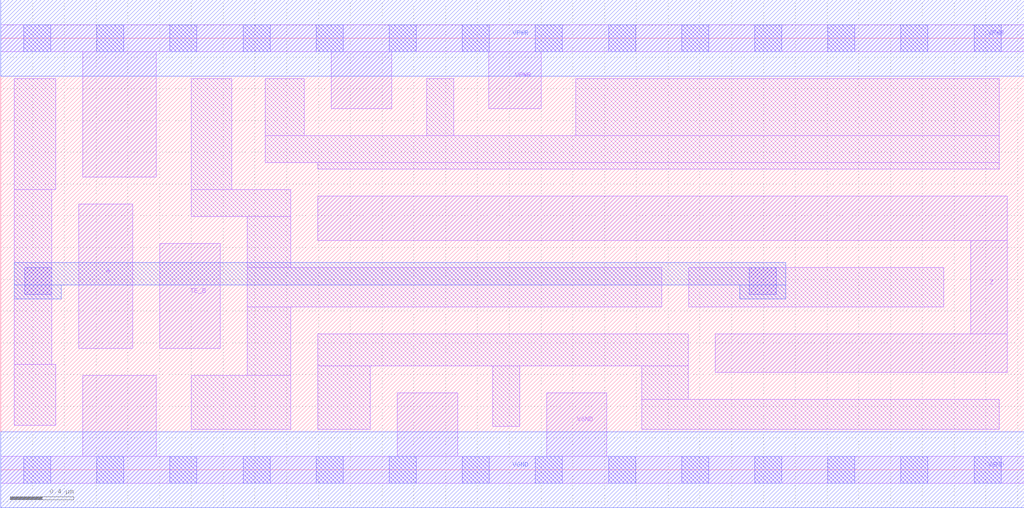
<source format=lef>
# Copyright 2020 The SkyWater PDK Authors
#
# Licensed under the Apache License, Version 2.0 (the "License");
# you may not use this file except in compliance with the License.
# You may obtain a copy of the License at
#
#     https://www.apache.org/licenses/LICENSE-2.0
#
# Unless required by applicable law or agreed to in writing, software
# distributed under the License is distributed on an "AS IS" BASIS,
# WITHOUT WARRANTIES OR CONDITIONS OF ANY KIND, either express or implied.
# See the License for the specific language governing permissions and
# limitations under the License.
#
# SPDX-License-Identifier: Apache-2.0

VERSION 5.7 ;
  NAMESCASESENSITIVE ON ;
  NOWIREEXTENSIONATPIN ON ;
  DIVIDERCHAR "/" ;
  BUSBITCHARS "[]" ;
UNITS
  DATABASE MICRONS 200 ;
END UNITS
PROPERTYDEFINITIONS
  MACRO maskLayoutSubType STRING ;
  MACRO prCellType STRING ;
  MACRO originalViewName STRING ;
END PROPERTYDEFINITIONS
MACRO sky130_fd_sc_hdll__ebufn_4
  CLASS CORE ;
  FOREIGN sky130_fd_sc_hdll__ebufn_4 ;
  ORIGIN  0.000000  0.000000 ;
  SIZE  6.440000 BY  2.720000 ;
  SYMMETRY X Y R90 ;
  SITE unithd ;
  PIN A
    ANTENNAGATEAREA  0.277500 ;
    DIRECTION INPUT ;
    USE SIGNAL ;
    PORT
      LAYER li1 ;
        RECT 0.490000 0.765000 0.830000 1.675000 ;
    END
  END A
  PIN TE_B
    ANTENNAGATEAREA  0.954300 ;
    DIRECTION INPUT ;
    USE SIGNAL ;
    PORT
      LAYER li1 ;
        RECT 1.000000 0.765000 1.380000 1.425000 ;
    END
  END TE_B
  PIN Z
    ANTENNADIFFAREA  1.028500 ;
    DIRECTION OUTPUT ;
    USE SIGNAL ;
    PORT
      LAYER li1 ;
        RECT 1.995000 1.445000 6.335000 1.725000 ;
        RECT 4.495000 0.615000 6.335000 0.855000 ;
        RECT 6.105000 0.855000 6.335000 1.445000 ;
    END
  END Z
  PIN VGND
    DIRECTION INOUT ;
    USE GROUND ;
    PORT
      LAYER li1 ;
        RECT 0.000000 -0.085000 6.440000 0.085000 ;
        RECT 0.515000  0.085000 0.980000 0.595000 ;
        RECT 2.495000  0.085000 2.875000 0.485000 ;
        RECT 3.435000  0.085000 3.815000 0.485000 ;
      LAYER mcon ;
        RECT 0.145000 -0.085000 0.315000 0.085000 ;
        RECT 0.605000 -0.085000 0.775000 0.085000 ;
        RECT 1.065000 -0.085000 1.235000 0.085000 ;
        RECT 1.525000 -0.085000 1.695000 0.085000 ;
        RECT 1.985000 -0.085000 2.155000 0.085000 ;
        RECT 2.445000 -0.085000 2.615000 0.085000 ;
        RECT 2.905000 -0.085000 3.075000 0.085000 ;
        RECT 3.365000 -0.085000 3.535000 0.085000 ;
        RECT 3.825000 -0.085000 3.995000 0.085000 ;
        RECT 4.285000 -0.085000 4.455000 0.085000 ;
        RECT 4.745000 -0.085000 4.915000 0.085000 ;
        RECT 5.205000 -0.085000 5.375000 0.085000 ;
        RECT 5.665000 -0.085000 5.835000 0.085000 ;
        RECT 6.125000 -0.085000 6.295000 0.085000 ;
      LAYER met1 ;
        RECT 0.000000 -0.240000 6.440000 0.240000 ;
    END
  END VGND
  PIN VPWR
    DIRECTION INOUT ;
    USE POWER ;
    PORT
      LAYER li1 ;
        RECT 0.000000 2.635000 6.440000 2.805000 ;
        RECT 0.515000 1.845000 0.980000 2.635000 ;
        RECT 2.080000 2.275000 2.460000 2.635000 ;
        RECT 3.070000 2.275000 3.400000 2.635000 ;
      LAYER mcon ;
        RECT 0.145000 2.635000 0.315000 2.805000 ;
        RECT 0.605000 2.635000 0.775000 2.805000 ;
        RECT 1.065000 2.635000 1.235000 2.805000 ;
        RECT 1.525000 2.635000 1.695000 2.805000 ;
        RECT 1.985000 2.635000 2.155000 2.805000 ;
        RECT 2.445000 2.635000 2.615000 2.805000 ;
        RECT 2.905000 2.635000 3.075000 2.805000 ;
        RECT 3.365000 2.635000 3.535000 2.805000 ;
        RECT 3.825000 2.635000 3.995000 2.805000 ;
        RECT 4.285000 2.635000 4.455000 2.805000 ;
        RECT 4.745000 2.635000 4.915000 2.805000 ;
        RECT 5.205000 2.635000 5.375000 2.805000 ;
        RECT 5.665000 2.635000 5.835000 2.805000 ;
        RECT 6.125000 2.635000 6.295000 2.805000 ;
      LAYER met1 ;
        RECT 0.000000 2.480000 6.440000 2.960000 ;
    END
  END VPWR
  OBS
    LAYER li1 ;
      RECT 0.085000 0.280000 0.345000 0.665000 ;
      RECT 0.085000 0.665000 0.320000 1.765000 ;
      RECT 0.085000 1.765000 0.345000 2.465000 ;
      RECT 1.200000 0.255000 1.825000 0.595000 ;
      RECT 1.200000 1.595000 1.825000 1.765000 ;
      RECT 1.200000 1.765000 1.455000 2.465000 ;
      RECT 1.550000 0.595000 1.825000 1.025000 ;
      RECT 1.550000 1.025000 4.160000 1.275000 ;
      RECT 1.550000 1.275000 1.825000 1.595000 ;
      RECT 1.665000 1.935000 6.285000 2.105000 ;
      RECT 1.665000 2.105000 1.910000 2.465000 ;
      RECT 1.995000 0.255000 2.325000 0.655000 ;
      RECT 1.995000 0.655000 4.325000 0.855000 ;
      RECT 1.995000 1.895000 6.285000 1.935000 ;
      RECT 2.680000 2.105000 2.850000 2.465000 ;
      RECT 3.095000 0.275000 3.265000 0.655000 ;
      RECT 3.620000 2.105000 6.285000 2.465000 ;
      RECT 4.035000 0.255000 6.285000 0.445000 ;
      RECT 4.035000 0.445000 4.325000 0.655000 ;
      RECT 4.330000 1.025000 5.935000 1.275000 ;
    LAYER mcon ;
      RECT 0.150000 1.105000 0.320000 1.275000 ;
      RECT 4.710000 1.105000 4.880000 1.275000 ;
    LAYER met1 ;
      RECT 0.085000 1.075000 0.380000 1.165000 ;
      RECT 0.085000 1.165000 4.940000 1.305000 ;
      RECT 4.650000 1.075000 4.940000 1.165000 ;
  END
  PROPERTY maskLayoutSubType "abstract" ;
  PROPERTY prCellType "standard" ;
  PROPERTY originalViewName "layout" ;
END sky130_fd_sc_hdll__ebufn_4

</source>
